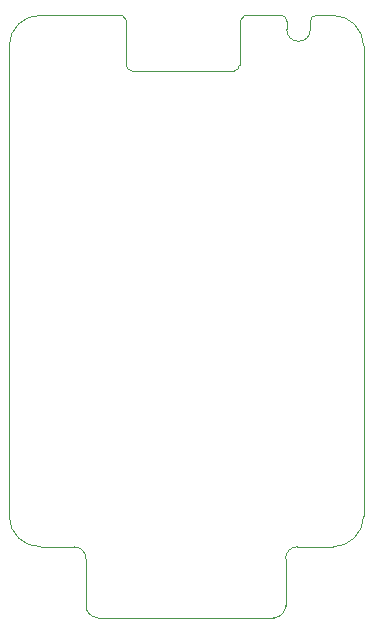
<source format=gbr>
%TF.GenerationSoftware,KiCad,Pcbnew,8.0.3*%
%TF.CreationDate,2024-09-21T17:28:31+02:00*%
%TF.ProjectId,SynchGaze_Transmiter,53796e63-6847-4617-9a65-5f5472616e73,1.0*%
%TF.SameCoordinates,Original*%
%TF.FileFunction,Profile,NP*%
%FSLAX46Y46*%
G04 Gerber Fmt 4.6, Leading zero omitted, Abs format (unit mm)*
G04 Created by KiCad (PCBNEW 8.0.3) date 2024-09-21 17:28:31*
%MOMM*%
%LPD*%
G01*
G04 APERTURE LIST*
%TA.AperFunction,Profile*%
%ADD10C,0.050000*%
%TD*%
G04 APERTURE END LIST*
D10*
X168500000Y-56300000D02*
X168500000Y-51600000D01*
X138500000Y-59700000D02*
X138498078Y-91400000D01*
X141200000Y-94000000D02*
G75*
G02*
X138498078Y-91400000I-100000J2600000D01*
G01*
X138500000Y-59700000D02*
X138498078Y-51600000D01*
X161900000Y-99000000D02*
X161900000Y-95000000D01*
X164000000Y-50200000D02*
X164000000Y-49500000D01*
X145000000Y-95000000D02*
X145000000Y-99000000D01*
X161500000Y-49000000D02*
G75*
G02*
X162000000Y-49500000I0J-500000D01*
G01*
X168500000Y-91400000D02*
X168500000Y-56300000D01*
X162000000Y-50200000D02*
X162000000Y-49500000D01*
X164000000Y-49500000D02*
G75*
G02*
X164500000Y-49000000I500000J0D01*
G01*
X161900000Y-95000000D02*
G75*
G02*
X162900000Y-94000000I1000000J0D01*
G01*
X148012849Y-49000000D02*
X141200000Y-49000000D01*
X144000000Y-94000000D02*
G75*
G02*
X145000000Y-95000000I0J-1000000D01*
G01*
X146000000Y-100000000D02*
X160900000Y-100000000D01*
X146000000Y-100000000D02*
G75*
G02*
X145000000Y-99000000I0J1000000D01*
G01*
X165900000Y-94000000D02*
X162900000Y-94000000D01*
X158410850Y-49000000D02*
X161500000Y-49000000D01*
X141200000Y-94000000D02*
X144000000Y-94000000D01*
X164500000Y-49000000D02*
X165900000Y-49000000D01*
X138498078Y-51600000D02*
G75*
G02*
X141200000Y-49000000I2601922J0D01*
G01*
X164000000Y-50200000D02*
G75*
G02*
X162000000Y-50200000I-1000000J0D01*
G01*
X161900000Y-99000000D02*
G75*
G02*
X160900000Y-100000000I-1000000J0D01*
G01*
X165900000Y-49000000D02*
G75*
G02*
X168500000Y-51600000I0J-2600000D01*
G01*
X168500000Y-91400000D02*
G75*
G02*
X165900000Y-94000000I-2600000J0D01*
G01*
%TO.C,J201*%
X148410849Y-53200000D02*
X148412850Y-49390000D01*
X148412850Y-49390000D02*
X148012849Y-49000000D01*
X157510850Y-53699800D02*
X148910850Y-53700000D01*
X158008850Y-49394400D02*
X158010851Y-53200000D01*
X158008850Y-49394400D02*
X158410850Y-49000000D01*
X148910850Y-53700000D02*
G75*
G02*
X148410850Y-53200000I0J500000D01*
G01*
X158010851Y-53200000D02*
G75*
G02*
X157510850Y-53700000I-500000J0D01*
G01*
%TD*%
M02*

</source>
